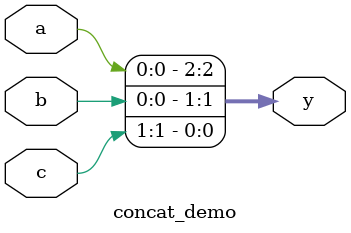
<source format=v>
`timescale 1ns / 1ps

module concat_demo (
    input  a,
    input  [1:0] b,
    input  [1:0] c,
    output [2:0] y
);
    assign y = {a, b[0], c[1]};
endmodule

</source>
